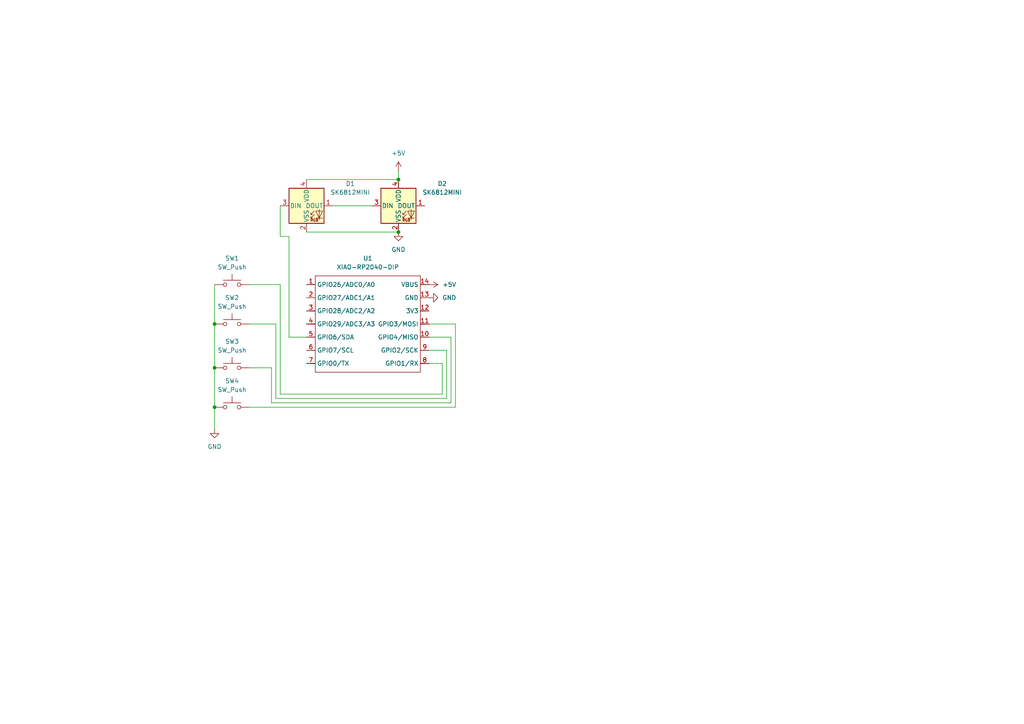
<source format=kicad_sch>
(kicad_sch (version 20250114) (generator "eeschema") (generator_version "9.0")
  (paper "A4")
  (lib_symbols
    (symbol "LED:SK6812MINI" (pin_names (offset 0.254))
      (property "Reference" "D" (at 5.08 5.715 0))
      (property "Value" "SK6812MINI" (at 1.27 -5.715 0))
      (symbol "SK6812MINI_0_0"
        (text "RGB" (at 2.286 -4.191 0) (effects (font (size 0.762 0.762))))
      )
      (symbol "SK6812MINI_0_1"
        (polyline (pts (xy 1.27 -2.54) (xy 1.778 -2.54)))
        (polyline (pts (xy 1.27 -3.556) (xy 1.778 -3.556)))
        (polyline (pts (xy 2.286 -1.524) (xy 1.27 -2.54) (xy 1.27 -2.032)))
        (polyline (pts (xy 2.286 -2.54) (xy 1.27 -3.556) (xy 1.27 -3.048)))
        (polyline (pts (xy 3.683 -1.016) (xy 3.683 -3.556) (xy 3.683 -4.064)))
        (polyline (pts (xy 4.699 -1.524) (xy 2.667 -1.524) (xy 3.683 -3.556) (xy 4.699 -1.524)))
        (polyline (pts (xy 4.699 -3.556) (xy 2.667 -3.556)))
        (rectangle (start 5.08 5.08) (end -5.08 -5.08) (stroke (width 0.254)) (fill (type background)))
      )
      (symbol "SK6812MINI_1_1"
        (pin input line (at -7.62 0 0) (length 2.54) (name "DIN") (number "3"))
        (pin power_in line (at 0 7.62 270) (length 2.54) (name "VDD") (number "4"))
        (pin power_in line (at 0 -7.62 90) (length 2.54) (name "VSS") (number "2"))
        (pin output line (at 7.62 0 180) (length 2.54) (name "DOUT") (number "1"))
      )
    )
    (symbol "OPL:XIAO-RP2040-DIP"
      (property "Reference" "U" (at 0 0 0))
      (property "Value" "XIAO-RP2040-DIP" (at 5.334 -1.778 0))
      (symbol "XIAO-RP2040-DIP_1_0"
        (polyline (pts (xy -1.27 -2.54) (xy 29.21 -2.54)) (stroke (width 0.1524)))
        (polyline (pts (xy -1.27 -5.08) (xy -2.54 -5.08)) (stroke (width 0.1524)))
        (polyline (pts (xy -1.27 -5.08) (xy -1.27 -2.54)) (stroke (width 0.1524)))
        (polyline (pts (xy -1.27 -8.89) (xy -2.54 -8.89)) (stroke (width 0.1524)))
        (polyline (pts (xy -1.27 -8.89) (xy -1.27 -5.08)) (stroke (width 0.1524)))
        (polyline (pts (xy -1.27 -12.7) (xy -2.54 -12.7)) (stroke (width 0.1524)))
        (polyline (pts (xy -1.27 -12.7) (xy -1.27 -8.89)) (stroke (width 0.1524)))
        (polyline (pts (xy -1.27 -16.51) (xy -2.54 -16.51)) (stroke (width 0.1524)))
        (polyline (pts (xy -1.27 -16.51) (xy -1.27 -12.7)) (stroke (width 0.1524)))
        (polyline (pts (xy -1.27 -20.32) (xy -2.54 -20.32)) (stroke (width 0.1524)))
        (polyline (pts (xy -1.27 -24.13) (xy -2.54 -24.13)) (stroke (width 0.1524)))
        (polyline (pts (xy -1.27 -27.94) (xy -2.54 -27.94)) (stroke (width 0.1524)))
        (polyline (pts (xy -1.27 -30.48) (xy -1.27 -16.51)) (stroke (width 0.1524)))
        (polyline (pts (xy 29.21 -2.54) (xy 29.21 -5.08)) (stroke (width 0.1524)))
        (polyline (pts (xy 29.21 -5.08) (xy 29.21 -8.89)) (stroke (width 0.1524)))
        (polyline (pts (xy 29.21 -8.89) (xy 29.21 -12.7)) (stroke (width 0.1524)))
        (polyline (pts (xy 29.21 -12.7) (xy 29.21 -30.48)) (stroke (width 0.1524)))
        (polyline (pts (xy 29.21 -30.48) (xy -1.27 -30.48)) (stroke (width 0.1524)))
        (polyline (pts (xy 30.48 -5.08) (xy 29.21 -5.08)) (stroke (width 0.1524)))
        (polyline (pts (xy 30.48 -8.89) (xy 29.21 -8.89)) (stroke (width 0.1524)))
        (polyline (pts (xy 30.48 -12.7) (xy 29.21 -12.7)) (stroke (width 0.1524)))
        (polyline (pts (xy 30.48 -16.51) (xy 29.21 -16.51)) (stroke (width 0.1524)))
        (polyline (pts (xy 30.48 -20.32) (xy 29.21 -20.32)) (stroke (width 0.1524)))
        (polyline (pts (xy 30.48 -24.13) (xy 29.21 -24.13)) (stroke (width 0.1524)))
        (polyline (pts (xy 30.48 -27.94) (xy 29.21 -27.94)) (stroke (width 0.1524)))
        (pin passive line (at -3.81 -5.08 0) (length 2.54) (name "GPIO26/ADC0/A0") (number "1"))
        (pin passive line (at -3.81 -8.89 0) (length 2.54) (name "GPIO27/ADC1/A1") (number "2"))
        (pin passive line (at -3.81 -12.7 0) (length 2.54) (name "GPIO28/ADC2/A2") (number "3"))
        (pin passive line (at -3.81 -16.51 0) (length 2.54) (name "GPIO29/ADC3/A3") (number "4"))
        (pin passive line (at -3.81 -20.32 0) (length 2.54) (name "GPIO6/SDA") (number "5"))
        (pin passive line (at -3.81 -24.13 0) (length 2.54) (name "GPIO7/SCL") (number "6"))
        (pin passive line (at -3.81 -27.94 0) (length 2.54) (name "GPIO0/TX") (number "7"))
        (pin passive line (at 31.75 -5.08 180) (length 2.54) (name "VBUS") (number "14"))
        (pin passive line (at 31.75 -8.89 180) (length 2.54) (name "GND") (number "13"))
        (pin passive line (at 31.75 -12.7 180) (length 2.54) (name "3V3") (number "12"))
        (pin passive line (at 31.75 -16.51 180) (length 2.54) (name "GPIO3/MOSI") (number "11"))
        (pin passive line (at 31.75 -20.32 180) (length 2.54) (name "GPIO4/MISO") (number "10"))
        (pin passive line (at 31.75 -24.13 180) (length 2.54) (name "GPIO2/SCK") (number "9"))
        (pin passive line (at 31.75 -27.94 180) (length 2.54) (name "GPIO1/RX") (number "8"))
      )
    )
    (symbol "Switch:SW_Push" (pin_numbers (hide yes)) (pin_names (offset 1.016) (hide yes))
      (property "Reference" "SW" (at 1.27 2.54 0))
      (property "Value" "SW_Push" (at 0 -1.524 0))
      (symbol "SW_Push_0_1"
        (circle (center -2.032 0) (radius 0.508))
        (polyline (pts (xy 0 1.27) (xy 0 3.048)))
        (circle (center 2.032 0) (radius 0.508))
        (polyline (pts (xy 2.54 1.27) (xy -2.54 1.27)))
        (pin passive line (at -5.08 0 0) (length 2.54) (name "1") (number "1"))
        (pin passive line (at 5.08 0 180) (length 2.54) (name "2") (number "2"))
      )
    )
    (symbol "power:+5V" (power) (pin_numbers (hide yes)) (pin_names (offset 0) (hide yes))
      (property "Value" "+5V" (at 0 3.556 0))
      (symbol "+5V_0_1"
        (polyline (pts (xy -0.762 1.27) (xy 0 2.54)))
        (polyline (pts (xy 0 2.54) (xy 0.762 1.27)))
        (polyline (pts (xy 0 0) (xy 0 2.54)))
      )
      (symbol "+5V_1_1"
        (pin power_in line (at 0 0 90) (length 0) (name "~") (number "1"))
      )
    )
    (symbol "power:GND" (power) (pin_numbers (hide yes)) (pin_names (offset 0) (hide yes))
      (property "Value" "GND" (at 0 -3.81 0))
      (symbol "GND_0_1"
        (polyline (pts (xy 0 0) (xy 0 -1.27) (xy 1.27 -1.27) (xy 0 -2.54) (xy -1.27 -1.27) (xy 0 -1.27)))
      )
      (symbol "GND_1_1"
        (pin power_in line (at 0 0 270) (length 0) (name "~") (number "1"))
      )
    )
  )
  (junction (at 62.23 93.98))
  (junction (at 115.57 67.31))
  (junction (at 62.23 106.68))
  (junction (at 115.57 52.07))
  (junction (at 62.23 118.11))
  (wire (pts (xy 80.01 93.98) (xy 80.01 115.57)))
  (wire (pts (xy 62.23 82.55) (xy 62.23 93.98)))
  (wire (pts (xy 62.23 93.98) (xy 62.23 106.68)))
  (wire (pts (xy 130.81 116.84) (xy 130.81 97.79)))
  (wire (pts (xy 80.01 115.57) (xy 129.54 115.57)))
  (wire (pts (xy 78.74 106.68) (xy 78.74 116.84)))
  (wire (pts (xy 88.9 97.79) (xy 83.82 97.79)))
  (wire (pts (xy 62.23 106.68) (xy 62.23 118.11)))
  (wire (pts (xy 88.9 67.31) (xy 115.57 67.31)))
  (wire (pts (xy 72.39 93.98) (xy 80.01 93.98)))
  (wire (pts (xy 124.46 101.6) (xy 129.54 101.6)))
  (wire (pts (xy 83.82 97.79) (xy 83.82 68.58)))
  (wire (pts (xy 72.39 106.68) (xy 78.74 106.68)))
  (wire (pts (xy 72.39 118.11) (xy 132.08 118.11)))
  (wire (pts (xy 96.52 59.69) (xy 107.95 59.69)))
  (wire (pts (xy 132.08 93.98) (xy 124.46 93.98)))
  (wire (pts (xy 129.54 115.57) (xy 129.54 101.6)))
  (wire (pts (xy 62.23 118.11) (xy 62.23 124.46)))
  (wire (pts (xy 128.27 105.41) (xy 124.46 105.41)))
  (wire (pts (xy 88.9 52.07) (xy 115.57 52.07)))
  (wire (pts (xy 78.74 116.84) (xy 130.81 116.84)))
  (wire (pts (xy 72.39 82.55) (xy 81.28 82.55)))
  (wire (pts (xy 128.27 114.3) (xy 128.27 105.41)))
  (wire (pts (xy 81.28 68.58) (xy 81.28 59.69)))
  (wire (pts (xy 83.82 68.58) (xy 81.28 68.58)))
  (wire (pts (xy 132.08 118.11) (xy 132.08 93.98)))
  (wire (pts (xy 115.57 49.53) (xy 115.57 52.07)))
  (wire (pts (xy 124.46 97.79) (xy 130.81 97.79)))
  (wire (pts (xy 81.28 114.3) (xy 128.27 114.3)))
  (wire (pts (xy 81.28 82.55) (xy 81.28 114.3)))
  (symbol (lib_id "Switch:SW_Push") (at 67.31 93.98 0) (unit 1)
    (property "Reference" "SW2" (at 67.31 86.36 0))
    (property "Value" "SW_Push" (at 67.31 88.9 0))
    (property "Footprint" "Button_Switch_Keyboard:SW_Cherry_MX_1.00u_PCB" (effects (hide yes)))
    (property "Description" "Push button switch, generic, two pins" (effects (hide yes)))
  )
  (symbol (lib_id "power:GND") (at 115.57 67.31 0) (unit 1)
    (property "Reference" "#PWR05" (effects (hide yes)))
    (property "Value" "GND" (at 115.57 72.39 0))
    (property "Description" "Power symbol creates a global label with name \"GND\" , ground" (effects (hide yes)))
  )
  (symbol (lib_id "power:GND") (at 124.46 86.36 90) (unit 1)
    (property "Reference" "#PWR04" (effects (hide yes)))
    (property "Value" "GND" (at 128.27 86.3599 90) (effects (justify right)))
    (property "Description" "Power symbol creates a global label with name \"GND\" , ground" (effects (hide yes)))
  )
  (symbol (lib_id "Switch:SW_Push") (at 67.31 118.11 0) (unit 1)
    (property "Reference" "SW4" (at 67.31 110.49 0))
    (property "Value" "SW_Push" (at 67.31 113.03 0))
    (property "Footprint" "Button_Switch_Keyboard:SW_Cherry_MX_1.00u_PCB" (effects (hide yes)))
    (property "Description" "Push button switch, generic, two pins" (effects (hide yes)))
  )
  (symbol (lib_id "power:+5V") (at 115.57 49.53 0) (unit 1)
    (property "Reference" "#PWR02" (effects (hide yes)))
    (property "Value" "+5V" (at 115.57 44.45 0))
    (property "Description" "Power symbol creates a global label with name \"+5V\"" (effects (hide yes)))
  )
  (symbol (lib_id "power:+5V") (at 124.46 82.55 270) (unit 1)
    (property "Reference" "#PWR03" (effects (hide yes)))
    (property "Value" "+5V" (at 128.27 82.5499 90) (effects (justify left)))
    (property "Description" "Power symbol creates a global label with name \"+5V\"" (effects (hide yes)))
  )
  (symbol (lib_id "LED:SK6812MINI") (at 115.57 59.69 0) (unit 1)
    (property "Reference" "D2" (at 128.27 53.2698 0))
    (property "Value" "SK6812MINI" (at 128.27 55.8098 0))
    (property "Footprint" "LED_SMD:LED_SK6812MINI_PLCC4_3.5x3.5mm_P1.75mm" (effects (hide yes)))
    (property "Datasheet" "https://cdn-shop.adafruit.com/product-files/2686/SK6812MINI_REV.01-1-2.pdf" (effects (hide yes)))
    (property "Description" "RGB LED with integrated controller" (effects (hide yes)))
  )
  (symbol (lib_id "power:GND") (at 62.23 124.46 0) (unit 1)
    (property "Reference" "#PWR01" (effects (hide yes)))
    (property "Value" "GND" (at 62.23 129.54 0))
    (property "Description" "Power symbol creates a global label with name \"GND\" , ground" (effects (hide yes)))
  )
  (symbol (lib_id "LED:SK6812MINI") (at 88.9 59.69 0) (unit 1)
    (property "Reference" "D1" (at 101.6 53.2698 0))
    (property "Value" "SK6812MINI" (at 101.6 55.8098 0))
    (property "Footprint" "LED_SMD:LED_SK6812MINI_PLCC4_3.5x3.5mm_P1.75mm" (effects (hide yes)))
    (property "Datasheet" "https://cdn-shop.adafruit.com/product-files/2686/SK6812MINI_REV.01-1-2.pdf" (effects (hide yes)))
    (property "Description" "RGB LED with integrated controller" (effects (hide yes)))
  )
  (symbol (lib_id "Switch:SW_Push") (at 67.31 82.55 0) (unit 1)
    (property "Reference" "SW1" (at 67.31 74.93 0))
    (property "Value" "SW_Push" (at 67.31 77.47 0))
    (property "Footprint" "Button_Switch_Keyboard:SW_Cherry_MX_1.00u_PCB" (effects (hide yes)))
    (property "Description" "Push button switch, generic, two pins" (effects (hide yes)))
  )
  (symbol (lib_id "Switch:SW_Push") (at 67.31 106.68 0) (unit 1)
    (property "Reference" "SW3" (at 67.31 99.06 0))
    (property "Value" "SW_Push" (at 67.31 101.6 0))
    (property "Footprint" "Button_Switch_Keyboard:SW_Cherry_MX_1.00u_PCB" (effects (hide yes)))
    (property "Description" "Push button switch, generic, two pins" (effects (hide yes)))
  )
  (symbol (lib_id "OPL:XIAO-RP2040-DIP") (at 92.71 77.47 0) (unit 1)
    (property "Reference" "U1" (at 106.68 74.93 0))
    (property "Value" "XIAO-RP2040-DIP" (at 106.68 77.47 0))
    (property "Footprint" "OPL:XIAO-RP2040-DIP" (effects (hide yes)))
  )
)
</source>
